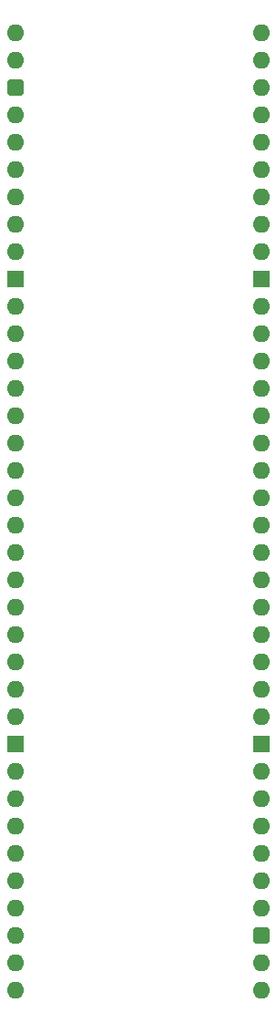
<source format=gbs>
%TF.GenerationSoftware,KiCad,Pcbnew,8.0.7*%
%TF.CreationDate,2025-01-07T17:50:58+02:00*%
%TF.ProjectId,Video Memory 2MB,56696465-6f20-44d6-956d-6f727920324d,V0*%
%TF.SameCoordinates,Original*%
%TF.FileFunction,Soldermask,Bot*%
%TF.FilePolarity,Negative*%
%FSLAX46Y46*%
G04 Gerber Fmt 4.6, Leading zero omitted, Abs format (unit mm)*
G04 Created by KiCad (PCBNEW 8.0.7) date 2025-01-07 17:50:58*
%MOMM*%
%LPD*%
G01*
G04 APERTURE LIST*
G04 Aperture macros list*
%AMRoundRect*
0 Rectangle with rounded corners*
0 $1 Rounding radius*
0 $2 $3 $4 $5 $6 $7 $8 $9 X,Y pos of 4 corners*
0 Add a 4 corners polygon primitive as box body*
4,1,4,$2,$3,$4,$5,$6,$7,$8,$9,$2,$3,0*
0 Add four circle primitives for the rounded corners*
1,1,$1+$1,$2,$3*
1,1,$1+$1,$4,$5*
1,1,$1+$1,$6,$7*
1,1,$1+$1,$8,$9*
0 Add four rect primitives between the rounded corners*
20,1,$1+$1,$2,$3,$4,$5,0*
20,1,$1+$1,$4,$5,$6,$7,0*
20,1,$1+$1,$6,$7,$8,$9,0*
20,1,$1+$1,$8,$9,$2,$3,0*%
G04 Aperture macros list end*
%ADD10O,1.600000X1.600000*%
%ADD11RoundRect,0.400000X-0.400000X-0.400000X0.400000X-0.400000X0.400000X0.400000X-0.400000X0.400000X0*%
%ADD12R,1.600000X1.600000*%
G04 APERTURE END LIST*
D10*
%TO.C,J7*%
X0Y0D03*
X0Y-2540000D03*
D11*
X0Y-5080000D03*
D10*
X0Y-7620000D03*
X0Y-10160000D03*
X0Y-12700000D03*
X0Y-15240000D03*
X0Y-17780000D03*
X0Y-20320000D03*
D12*
X0Y-22860000D03*
D10*
X0Y-25400000D03*
X0Y-27940000D03*
X0Y-30480000D03*
X0Y-33020000D03*
X0Y-35560000D03*
X0Y-38100000D03*
X0Y-40640000D03*
X0Y-43180000D03*
X0Y-45720000D03*
X0Y-48260000D03*
X0Y-50800000D03*
X0Y-53340000D03*
X0Y-55880000D03*
X0Y-58420000D03*
X0Y-60960000D03*
X0Y-63500000D03*
D12*
X0Y-66040000D03*
D10*
X0Y-68580000D03*
X0Y-71120000D03*
X0Y-73660000D03*
X0Y-76200000D03*
X0Y-78740000D03*
X0Y-81280000D03*
X0Y-83820000D03*
X0Y-86360000D03*
X0Y-88900000D03*
X22860000Y-88900000D03*
X22860000Y-86360000D03*
D11*
X22860000Y-83820000D03*
D10*
X22860000Y-81280000D03*
X22860000Y-78740000D03*
X22860000Y-76200000D03*
X22860000Y-73660000D03*
X22860000Y-71120000D03*
X22860000Y-68580000D03*
D12*
X22860000Y-66040000D03*
D10*
X22860000Y-63500000D03*
X22860000Y-60960000D03*
X22860000Y-58420000D03*
X22860000Y-55880000D03*
X22860000Y-53340000D03*
X22860000Y-50800000D03*
X22860000Y-48260000D03*
X22860000Y-45720000D03*
X22860000Y-43180000D03*
X22860000Y-40640000D03*
X22860000Y-38100000D03*
X22860000Y-35560000D03*
X22860000Y-33020000D03*
X22860000Y-30480000D03*
X22860000Y-27940000D03*
X22860000Y-25400000D03*
D12*
X22860000Y-22860000D03*
D10*
X22860000Y-20320000D03*
X22860000Y-17780000D03*
X22860000Y-15240000D03*
X22860000Y-12700000D03*
X22860000Y-10160000D03*
X22860000Y-7620000D03*
X22860000Y-5080000D03*
X22860000Y-2540000D03*
X22860000Y0D03*
%TD*%
M02*

</source>
